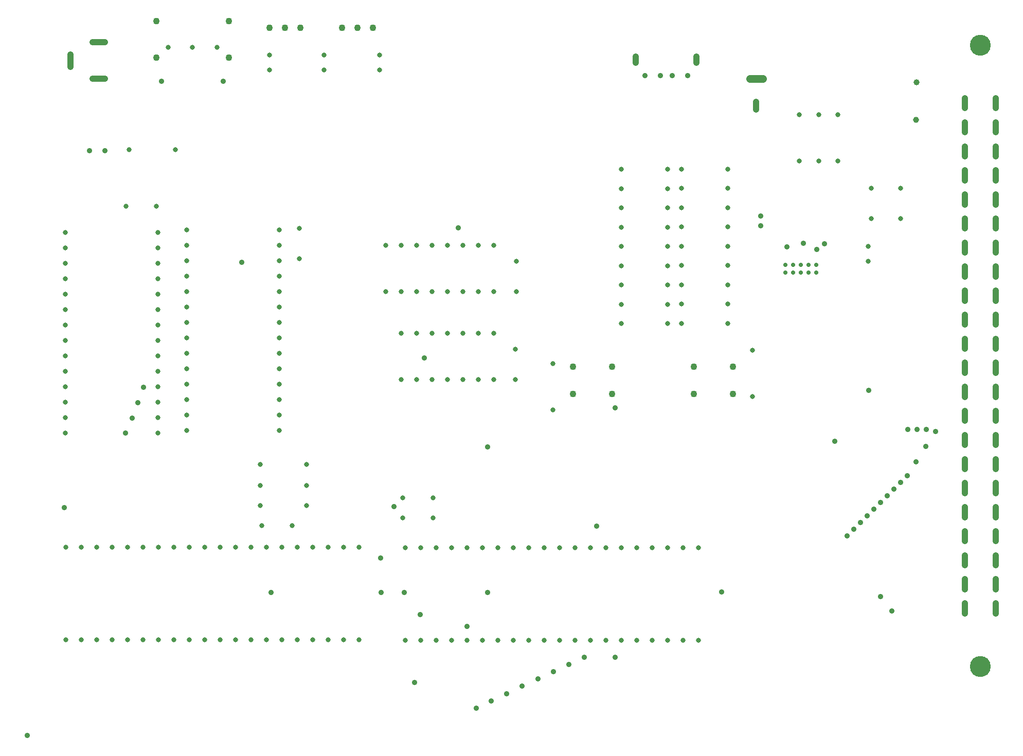
<source format=gbr>
%TF.GenerationSoftware,KiCad,Pcbnew,(5.1.5-0-10_14)*%
%TF.CreationDate,2020-10-14T14:06:32-04:00*%
%TF.ProjectId,Apple1,4170706c-6531-42e6-9b69-6361645f7063,rev?*%
%TF.SameCoordinates,Original*%
%TF.FileFunction,Plated,1,2,PTH,Mixed*%
%TF.FilePolarity,Positive*%
%FSLAX46Y46*%
G04 Gerber Fmt 4.6, Leading zero omitted, Abs format (unit mm)*
G04 Created by KiCad (PCBNEW (5.1.5-0-10_14)) date 2020-10-14 14:06:32*
%MOMM*%
%LPD*%
G04 APERTURE LIST*
%TA.AperFunction,ComponentDrill*%
%ADD10C,0.700000*%
%TD*%
%TA.AperFunction,ComponentDrill*%
%ADD11C,0.800000*%
%TD*%
%TA.AperFunction,ViaDrill*%
%ADD12C,0.900000*%
%TD*%
%TA.AperFunction,ComponentDrill*%
%ADD13C,0.900000*%
%TD*%
%TA.AperFunction,ComponentDrill*%
%ADD14C,1.000000*%
%TD*%
G04 aperture for slot hole*
%TA.AperFunction,ComponentDrill*%
%ADD15C,1.000000*%
%TD*%
%TA.AperFunction,ComponentDrill*%
%ADD16C,1.100000*%
%TD*%
G04 aperture for slot hole*
%TA.AperFunction,ComponentDrill*%
%ADD17C,1.300000*%
%TD*%
%TA.AperFunction,ComponentDrill*%
%ADD18C,3.450000*%
%TD*%
G04 APERTURE END LIST*
D10*
%TO.C,J5*%
X159893000Y-62293500D03*
X159893000Y-63563500D03*
X161163000Y-62293500D03*
X161163000Y-63563500D03*
X162433000Y-62293500D03*
X162433000Y-63563500D03*
X163703000Y-62293500D03*
X163703000Y-63563500D03*
X164973000Y-62293500D03*
X164973000Y-63563500D03*
D11*
%TO.C,R5*%
X154495500Y-76327000D03*
X154495500Y-83947000D03*
%TO.C,R19*%
X51816000Y-43307000D03*
X59436000Y-43307000D03*
%TO.C,R12*%
X142748000Y-65532000D03*
X150368000Y-65532000D03*
%TO.C,C3*%
X96854000Y-103886000D03*
X101854000Y-103886000D03*
%TO.C,R24*%
X132905500Y-46545500D03*
X140525500Y-46545500D03*
%TO.C,C9*%
X178879500Y-49657000D03*
X178879500Y-54657000D03*
%TO.C,R3*%
X73406000Y-101854000D03*
X81026000Y-101854000D03*
%TO.C,R22*%
X132905500Y-68770500D03*
X140525500Y-68770500D03*
%TO.C,C5*%
X79883000Y-56261000D03*
X79883000Y-61261000D03*
%TO.C,R1*%
X73406000Y-95123000D03*
X81026000Y-95123000D03*
%TO.C,R11*%
X142748000Y-62357000D03*
X150368000Y-62357000D03*
%TO.C,R20*%
X132905500Y-62420500D03*
X140525500Y-62420500D03*
%TO.C,U5*%
X41338500Y-56959500D03*
X41338500Y-59499500D03*
X41338500Y-62039500D03*
X41338500Y-64579500D03*
X41338500Y-67119500D03*
X41338500Y-69659500D03*
X41338500Y-72199500D03*
X41338500Y-74739500D03*
X41338500Y-77279500D03*
X41338500Y-79819500D03*
X41338500Y-82359500D03*
X41338500Y-84899500D03*
X41338500Y-87439500D03*
X41338500Y-89979500D03*
X56578500Y-56959500D03*
X56578500Y-59499500D03*
X56578500Y-62039500D03*
X56578500Y-64579500D03*
X56578500Y-67119500D03*
X56578500Y-69659500D03*
X56578500Y-72199500D03*
X56578500Y-74739500D03*
X56578500Y-77279500D03*
X56578500Y-79819500D03*
X56578500Y-82359500D03*
X56578500Y-84899500D03*
X56578500Y-87439500D03*
X56578500Y-89979500D03*
%TO.C,R9*%
X142748000Y-56007000D03*
X150368000Y-56007000D03*
%TO.C,R17*%
X132905500Y-56070500D03*
X140525500Y-56070500D03*
%TO.C,R27*%
X162179000Y-37528500D03*
X162179000Y-45148500D03*
%TO.C,C10*%
X74930000Y-27686000D03*
X74930000Y-30186000D03*
%TO.C,R7*%
X142748000Y-49657000D03*
X150368000Y-49657000D03*
%TO.C,C8*%
X174053500Y-49657000D03*
X174053500Y-54657000D03*
%TO.C,U1*%
X41402000Y-108712000D03*
X41402000Y-123952000D03*
X43942000Y-108712000D03*
X43942000Y-123952000D03*
X46482000Y-108712000D03*
X46482000Y-123952000D03*
X49022000Y-108712000D03*
X49022000Y-123952000D03*
X51562000Y-108712000D03*
X51562000Y-123952000D03*
X54102000Y-108712000D03*
X54102000Y-123952000D03*
X56642000Y-108712000D03*
X56642000Y-123952000D03*
X59182000Y-108712000D03*
X59182000Y-123952000D03*
X61722000Y-108712000D03*
X61722000Y-123952000D03*
X64262000Y-108712000D03*
X64262000Y-123952000D03*
X66802000Y-108712000D03*
X66802000Y-123952000D03*
X69342000Y-108712000D03*
X69342000Y-123952000D03*
X71882000Y-108712000D03*
X71882000Y-123952000D03*
X74422000Y-108712000D03*
X74422000Y-123952000D03*
X76962000Y-108712000D03*
X76962000Y-123952000D03*
X79502000Y-108712000D03*
X79502000Y-123952000D03*
X82042000Y-108712000D03*
X82042000Y-123952000D03*
X84582000Y-108712000D03*
X84582000Y-123952000D03*
X87122000Y-108712000D03*
X87122000Y-123952000D03*
X89662000Y-108712000D03*
X89662000Y-123952000D03*
%TO.C,R6*%
X142748000Y-46482000D03*
X150368000Y-46482000D03*
%TO.C,R15*%
X132837501Y-49720500D03*
X140457501Y-49720500D03*
%TO.C,R13*%
X142748000Y-68707000D03*
X150368000Y-68707000D03*
%TO.C,R25*%
X168529000Y-37528500D03*
X168529000Y-45148500D03*
%TO.C,U6*%
X61341000Y-56515000D03*
X61341000Y-59055000D03*
X61341000Y-61595000D03*
X61341000Y-64135000D03*
X61341000Y-66675000D03*
X61341000Y-69215000D03*
X61341000Y-71755000D03*
X61341000Y-74295000D03*
X61341000Y-76835000D03*
X61341000Y-79375000D03*
X61341000Y-81915000D03*
X61341000Y-84455000D03*
X61341000Y-86995000D03*
X61341000Y-89535000D03*
X76581000Y-56515000D03*
X76581000Y-59055000D03*
X76581000Y-61595000D03*
X76581000Y-64135000D03*
X76581000Y-66675000D03*
X76581000Y-69215000D03*
X76581000Y-71755000D03*
X76581000Y-74295000D03*
X76581000Y-76835000D03*
X76581000Y-79375000D03*
X76581000Y-81915000D03*
X76581000Y-84455000D03*
X76581000Y-86995000D03*
X76581000Y-89535000D03*
%TO.C,R4*%
X121602500Y-78486000D03*
X121602500Y-86106000D03*
%TO.C,R23*%
X132905500Y-71945500D03*
X140525500Y-71945500D03*
%TO.C,C7*%
X115443000Y-76153000D03*
X115443000Y-81153000D03*
%TO.C,R2*%
X73406000Y-98552000D03*
X81026000Y-98552000D03*
%TO.C,U7*%
X96647000Y-73533000D03*
X96647000Y-81153000D03*
X99187000Y-73533000D03*
X99187000Y-81153000D03*
X101727000Y-73533000D03*
X101727000Y-81153000D03*
X104267000Y-73533000D03*
X104267000Y-81153000D03*
X106807000Y-73533000D03*
X106807000Y-81153000D03*
X109347000Y-73533000D03*
X109347000Y-81153000D03*
X111887000Y-73533000D03*
X111887000Y-81153000D03*
%TO.C,R21*%
X132905500Y-65595500D03*
X140525500Y-65595500D03*
%TO.C,U2*%
X97282000Y-108839000D03*
X97282000Y-124079000D03*
X99822000Y-108839000D03*
X99822000Y-124079000D03*
X102362000Y-108839000D03*
X102362000Y-124079000D03*
X104902000Y-108839000D03*
X104902000Y-124079000D03*
X107442000Y-108839000D03*
X107442000Y-124079000D03*
X109982000Y-108839000D03*
X109982000Y-124079000D03*
X112522000Y-108839000D03*
X112522000Y-124079000D03*
X115062000Y-108839000D03*
X115062000Y-124079000D03*
X117602000Y-108839000D03*
X117602000Y-124079000D03*
X120142000Y-108839000D03*
X120142000Y-124079000D03*
X122682000Y-108839000D03*
X122682000Y-124079000D03*
X125222000Y-108839000D03*
X125222000Y-124079000D03*
X127762000Y-108839000D03*
X127762000Y-124079000D03*
X130302000Y-108839000D03*
X130302000Y-124079000D03*
X132842000Y-108839000D03*
X132842000Y-124079000D03*
X135382000Y-108839000D03*
X135382000Y-124079000D03*
X137922000Y-108839000D03*
X137922000Y-124079000D03*
X140462000Y-108839000D03*
X140462000Y-124079000D03*
X143002000Y-108839000D03*
X143002000Y-124079000D03*
X145542000Y-108839000D03*
X145542000Y-124079000D03*
%TO.C,C1*%
X96901000Y-100584000D03*
X101901000Y-100584000D03*
%TO.C,SW3*%
X58294000Y-26416000D03*
X62294000Y-26416000D03*
X66294000Y-26416000D03*
%TO.C,C11*%
X93091000Y-27686000D03*
X93091000Y-30186000D03*
%TO.C,C12*%
X83947000Y-27686000D03*
X83947000Y-30186000D03*
%TO.C,R10*%
X142748000Y-59182000D03*
X150368000Y-59182000D03*
%TO.C,R18*%
X132905500Y-59245500D03*
X140525500Y-59245500D03*
%TO.C,C17*%
X173482000Y-59182000D03*
X173482000Y-61682000D03*
%TO.C,U4*%
X94107000Y-59055000D03*
X94107000Y-66675000D03*
X96647000Y-59055000D03*
X96647000Y-66675000D03*
X99187000Y-59055000D03*
X99187000Y-66675000D03*
X101727000Y-59055000D03*
X101727000Y-66675000D03*
X104267000Y-59055000D03*
X104267000Y-66675000D03*
X106807000Y-59055000D03*
X106807000Y-66675000D03*
X109347000Y-59055000D03*
X109347000Y-66675000D03*
X111887000Y-59055000D03*
X111887000Y-66675000D03*
%TO.C,C4*%
X51324500Y-52578000D03*
X56324500Y-52578000D03*
%TO.C,C2*%
X73660000Y-105156000D03*
X78660000Y-105156000D03*
%TO.C,C6*%
X115570000Y-61675000D03*
X115570000Y-66675000D03*
%TO.C,R8*%
X142748000Y-52832000D03*
X150368000Y-52832000D03*
%TO.C,R16*%
X132837501Y-52882501D03*
X140457501Y-52882501D03*
%TO.C,R14*%
X142748000Y-71882000D03*
X150368000Y-71882000D03*
%TO.C,R26*%
X165354000Y-37528500D03*
X165354000Y-45148500D03*
%TD*%
D12*
X35052000Y-139700000D03*
X41168275Y-102255275D03*
X51255749Y-89916000D03*
X52324000Y-87503000D03*
X53255749Y-84963000D03*
X54229000Y-82423000D03*
X70413164Y-61859999D03*
X75184000Y-116205000D03*
X93281500Y-110490000D03*
X93345000Y-116205000D03*
X95479000Y-102067499D03*
X97155000Y-116205000D03*
X98869500Y-131027081D03*
X99760360Y-119826360D03*
X100457000Y-77597000D03*
X106045000Y-56179989D03*
X107442000Y-121803999D03*
X108966000Y-135231060D03*
X110871000Y-92202000D03*
X110871000Y-116205000D03*
X111442500Y-134031040D03*
X113982500Y-132831020D03*
X116522500Y-131631000D03*
X119126000Y-130427071D03*
X121714232Y-129227051D03*
X124206000Y-128027031D03*
X126809500Y-126827011D03*
X128778000Y-105283000D03*
X131842608Y-85827990D03*
X131889500Y-126827011D03*
X149352000Y-116141500D03*
X155837076Y-54241500D03*
X155837076Y-55841500D03*
X160104890Y-59266890D03*
X162877500Y-58737500D03*
X165027501Y-59690000D03*
X166334992Y-58800999D03*
X168021000Y-91313000D03*
X170027976Y-106848042D03*
X171123992Y-105752026D03*
X172220009Y-104656009D03*
X173327409Y-103548609D03*
X173609000Y-82931000D03*
X174423425Y-102452592D03*
X175514000Y-116840000D03*
X175519442Y-101356576D03*
X176615459Y-100260559D03*
X177367640Y-119201640D03*
X177711475Y-99164543D03*
X178807492Y-98068526D03*
X179903509Y-96972509D03*
X179990409Y-89334293D03*
X181384238Y-94643238D03*
X181540408Y-89337228D03*
X182991967Y-92186967D03*
X183090407Y-89340000D03*
X184603083Y-89678111D03*
D13*
%TO.C,D2*%
X45339000Y-43434000D03*
X47879000Y-43434000D03*
%TO.C,D1*%
X57150000Y-32004000D03*
X67310000Y-32004000D03*
%TO.C,J2*%
X136764000Y-31115000D03*
X139264000Y-31115000D03*
X141264000Y-31115000D03*
X143764000Y-31115000D03*
D14*
%TO.C,J8*%
X181356000Y-38417500D03*
%TO.C,J9*%
X181483000Y-32194500D03*
D15*
%TO.C,J1*%
X155067000Y-35418000D02*
X155067000Y-36718000D01*
%TO.C,J4*%
X42163000Y-29623000D02*
X42163000Y-27623000D01*
X45863000Y-25623000D02*
X47863000Y-25623000D01*
X45863000Y-31623000D02*
X47863000Y-31623000D01*
%TO.C,J6*%
X189420500Y-34823500D02*
X189420500Y-36473500D01*
X189420500Y-38783500D02*
X189420500Y-40433500D01*
X189420500Y-42743500D02*
X189420500Y-44393500D01*
X189420500Y-46703500D02*
X189420500Y-48353500D01*
X189420500Y-50663500D02*
X189420500Y-52313500D01*
X189420500Y-54623500D02*
X189420500Y-56273500D01*
X189420500Y-58583500D02*
X189420500Y-60233500D01*
X189420500Y-62543500D02*
X189420500Y-64193500D01*
X189420500Y-66503500D02*
X189420500Y-68153500D01*
X189420500Y-70463500D02*
X189420500Y-72113500D01*
X189420500Y-74423500D02*
X189420500Y-76073500D01*
X189420500Y-78383500D02*
X189420500Y-80033500D01*
X189420500Y-82343500D02*
X189420500Y-83993500D01*
X189420500Y-86303500D02*
X189420500Y-87953500D01*
X189420500Y-90263500D02*
X189420500Y-91913500D01*
X189420500Y-94223500D02*
X189420500Y-95873500D01*
X189420500Y-98183500D02*
X189420500Y-99833500D01*
X189420500Y-102143500D02*
X189420500Y-103793500D01*
X189420500Y-106103500D02*
X189420500Y-107753500D01*
X189420500Y-110063500D02*
X189420500Y-111713500D01*
X189420500Y-114023500D02*
X189420500Y-115673500D01*
X189420500Y-117983500D02*
X189420500Y-119633500D01*
X194500500Y-34823500D02*
X194500500Y-36473500D01*
X194500500Y-38783500D02*
X194500500Y-40433500D01*
X194500500Y-42743500D02*
X194500500Y-44393500D01*
X194500500Y-46703500D02*
X194500500Y-48353500D01*
X194500500Y-50663500D02*
X194500500Y-52313500D01*
X194500500Y-54623500D02*
X194500500Y-56273500D01*
X194500500Y-58583500D02*
X194500500Y-60233500D01*
X194500500Y-62543500D02*
X194500500Y-64193500D01*
X194500500Y-66503500D02*
X194500500Y-68153500D01*
X194500500Y-70463500D02*
X194500500Y-72113500D01*
X194500500Y-74423500D02*
X194500500Y-76073500D01*
X194500500Y-78383500D02*
X194500500Y-80033500D01*
X194500500Y-82343500D02*
X194500500Y-83993500D01*
X194500500Y-86303500D02*
X194500500Y-87953500D01*
X194500500Y-90263500D02*
X194500500Y-91913500D01*
X194500500Y-94223500D02*
X194500500Y-95873500D01*
X194500500Y-98183500D02*
X194500500Y-99833500D01*
X194500500Y-102143500D02*
X194500500Y-103793500D01*
X194500500Y-106103500D02*
X194500500Y-107753500D01*
X194500500Y-110063500D02*
X194500500Y-111713500D01*
X194500500Y-114023500D02*
X194500500Y-115673500D01*
X194500500Y-117983500D02*
X194500500Y-119633500D01*
%TO.C,J2*%
X135264000Y-27945000D02*
X135264000Y-28945000D01*
X145264000Y-27945000D02*
X145264000Y-28945000D01*
D16*
%TO.C,SW3*%
X56294000Y-28166000D03*
X68294000Y-22166000D03*
X68294000Y-28166000D03*
%TO.C,U10*%
X74930000Y-23241000D03*
X77470000Y-23241000D03*
X80010000Y-23241000D03*
%TO.C,SW2*%
X144780000Y-78994000D03*
X144780000Y-83494000D03*
X151280000Y-78994000D03*
%TO.C,SW1*%
X124881500Y-79002500D03*
X124881500Y-83502500D03*
X131381500Y-79002500D03*
X131381500Y-83502500D03*
%TO.C,U9*%
X86868000Y-23241000D03*
X89408000Y-23241000D03*
X91948000Y-23241000D03*
%TO.C,SW3*%
X56294000Y-22166000D03*
%TO.C,SW2*%
X151280000Y-83494000D03*
D17*
%TO.C,J1*%
X156117000Y-31568000D02*
X154017000Y-31568000D01*
D18*
%TO.C,J6*%
X191960500Y-26073500D03*
X191960500Y-128383500D03*
M02*

</source>
